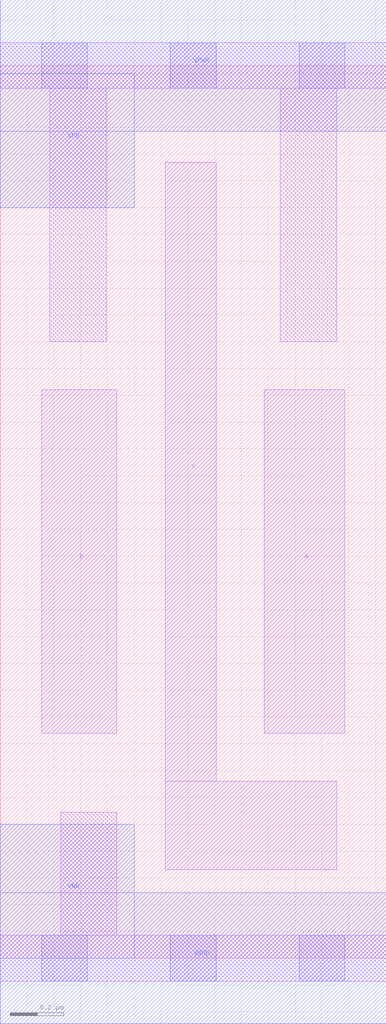
<source format=lef>
# Copyright 2020 The SkyWater PDK Authors
#
# Licensed under the Apache License, Version 2.0 (the "License");
# you may not use this file except in compliance with the License.
# You may obtain a copy of the License at
#
#     https://www.apache.org/licenses/LICENSE-2.0
#
# Unless required by applicable law or agreed to in writing, software
# distributed under the License is distributed on an "AS IS" BASIS,
# WITHOUT WARRANTIES OR CONDITIONS OF ANY KIND, either express or implied.
# See the License for the specific language governing permissions and
# limitations under the License.
#
# SPDX-License-Identifier: Apache-2.0

VERSION 5.5 ;
NAMESCASESENSITIVE ON ;
BUSBITCHARS "[]" ;
DIVIDERCHAR "/" ;
MACRO sky130_fd_sc_lp__nand2_m
  CLASS CORE ;
  SOURCE USER ;
  ORIGIN  0.000000  0.000000 ;
  SIZE  1.440000 BY  3.330000 ;
  SYMMETRY X Y R90 ;
  SITE unit ;
  PIN A
    ANTENNAGATEAREA  0.126000 ;
    DIRECTION INPUT ;
    USE SIGNAL ;
    PORT
      LAYER li1 ;
        RECT 0.985000 0.840000 1.285000 2.120000 ;
    END
  END A
  PIN B
    ANTENNAGATEAREA  0.126000 ;
    DIRECTION INPUT ;
    USE SIGNAL ;
    PORT
      LAYER li1 ;
        RECT 0.155000 0.840000 0.435000 2.120000 ;
    END
  END B
  PIN Y
    ANTENNADIFFAREA  0.228900 ;
    DIRECTION OUTPUT ;
    USE SIGNAL ;
    PORT
      LAYER li1 ;
        RECT 0.615000 0.330000 1.255000 0.660000 ;
        RECT 0.615000 0.660000 0.805000 2.970000 ;
    END
  END Y
  PIN VGND
    DIRECTION INOUT ;
    USE GROUND ;
    PORT
      LAYER met1 ;
        RECT 0.000000 -0.245000 1.440000 0.245000 ;
    END
  END VGND
  PIN VNB
    DIRECTION INOUT ;
    USE GROUND ;
    PORT
      LAYER met1 ;
        RECT 0.000000 0.000000 0.500000 0.500000 ;
    END
  END VNB
  PIN VPB
    DIRECTION INOUT ;
    USE POWER ;
    PORT
      LAYER met1 ;
        RECT 0.000000 2.800000 0.500000 3.300000 ;
    END
  END VPB
  PIN VPWR
    DIRECTION INOUT ;
    USE POWER ;
    PORT
      LAYER met1 ;
        RECT 0.000000 3.085000 1.440000 3.575000 ;
    END
  END VPWR
  OBS
    LAYER li1 ;
      RECT 0.000000 -0.085000 1.440000 0.085000 ;
      RECT 0.000000  3.245000 1.440000 3.415000 ;
      RECT 0.185000  2.300000 0.395000 3.245000 ;
      RECT 0.225000  0.085000 0.435000 0.545000 ;
      RECT 1.045000  2.300000 1.255000 3.245000 ;
    LAYER mcon ;
      RECT 0.155000 -0.085000 0.325000 0.085000 ;
      RECT 0.155000  3.245000 0.325000 3.415000 ;
      RECT 0.635000 -0.085000 0.805000 0.085000 ;
      RECT 0.635000  3.245000 0.805000 3.415000 ;
      RECT 1.115000 -0.085000 1.285000 0.085000 ;
      RECT 1.115000  3.245000 1.285000 3.415000 ;
  END
END sky130_fd_sc_lp__nand2_m

</source>
